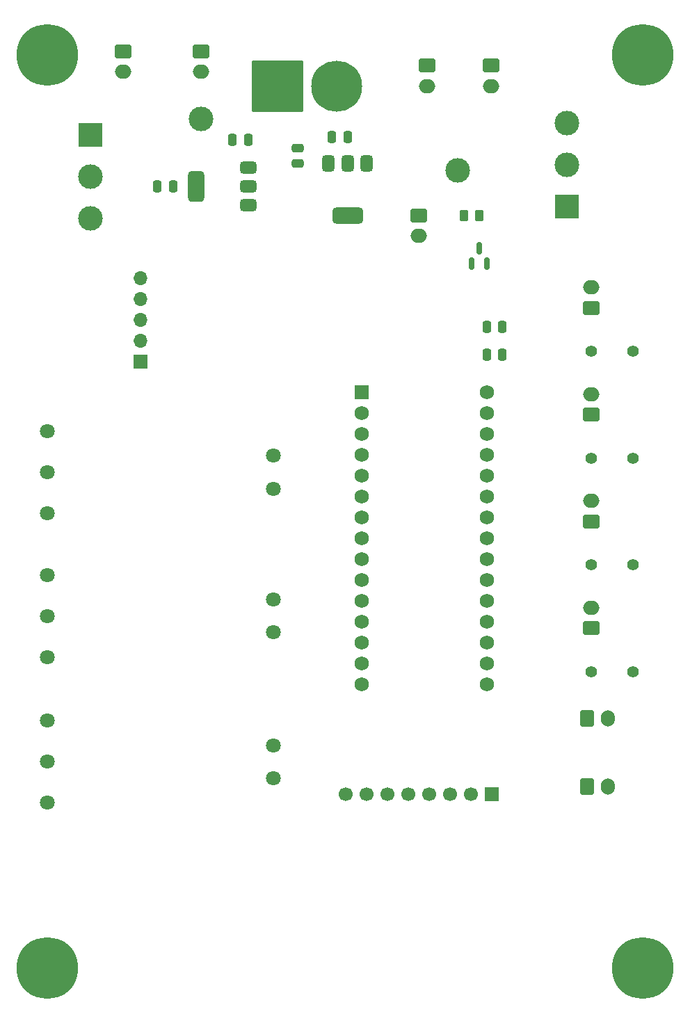
<source format=gbr>
%TF.GenerationSoftware,KiCad,Pcbnew,9.0.4*%
%TF.CreationDate,2025-10-04T23:37:01+05:30*%
%TF.ProjectId,FireSide,46697265-5369-4646-952e-6b696361645f,rev?*%
%TF.SameCoordinates,Original*%
%TF.FileFunction,Soldermask,Top*%
%TF.FilePolarity,Negative*%
%FSLAX46Y46*%
G04 Gerber Fmt 4.6, Leading zero omitted, Abs format (unit mm)*
G04 Created by KiCad (PCBNEW 9.0.4) date 2025-10-04 23:37:01*
%MOMM*%
%LPD*%
G01*
G04 APERTURE LIST*
G04 Aperture macros list*
%AMRoundRect*
0 Rectangle with rounded corners*
0 $1 Rounding radius*
0 $2 $3 $4 $5 $6 $7 $8 $9 X,Y pos of 4 corners*
0 Add a 4 corners polygon primitive as box body*
4,1,4,$2,$3,$4,$5,$6,$7,$8,$9,$2,$3,0*
0 Add four circle primitives for the rounded corners*
1,1,$1+$1,$2,$3*
1,1,$1+$1,$4,$5*
1,1,$1+$1,$6,$7*
1,1,$1+$1,$8,$9*
0 Add four rect primitives between the rounded corners*
20,1,$1+$1,$2,$3,$4,$5,0*
20,1,$1+$1,$4,$5,$6,$7,0*
20,1,$1+$1,$6,$7,$8,$9,0*
20,1,$1+$1,$8,$9,$2,$3,0*%
G04 Aperture macros list end*
%ADD10C,1.400000*%
%ADD11RoundRect,0.250000X0.250000X0.475000X-0.250000X0.475000X-0.250000X-0.475000X0.250000X-0.475000X0*%
%ADD12RoundRect,0.250000X-0.750000X0.600000X-0.750000X-0.600000X0.750000X-0.600000X0.750000X0.600000X0*%
%ADD13O,2.000000X1.700000*%
%ADD14C,7.500000*%
%ADD15RoundRect,0.250000X0.475000X-0.250000X0.475000X0.250000X-0.475000X0.250000X-0.475000X-0.250000X0*%
%ADD16RoundRect,0.250000X0.750000X-0.600000X0.750000X0.600000X-0.750000X0.600000X-0.750000X-0.600000X0*%
%ADD17RoundRect,0.375000X-0.375000X0.625000X-0.375000X-0.625000X0.375000X-0.625000X0.375000X0.625000X0*%
%ADD18RoundRect,0.500000X-1.400000X0.500000X-1.400000X-0.500000X1.400000X-0.500000X1.400000X0.500000X0*%
%ADD19RoundRect,0.375000X0.625000X0.375000X-0.625000X0.375000X-0.625000X-0.375000X0.625000X-0.375000X0*%
%ADD20RoundRect,0.500000X0.500000X1.400000X-0.500000X1.400000X-0.500000X-1.400000X0.500000X-1.400000X0*%
%ADD21C,1.800000*%
%ADD22RoundRect,0.250000X-0.600000X-0.750000X0.600000X-0.750000X0.600000X0.750000X-0.600000X0.750000X0*%
%ADD23O,1.700000X2.000000*%
%ADD24RoundRect,0.250000X-0.250000X-0.475000X0.250000X-0.475000X0.250000X0.475000X-0.250000X0.475000X0*%
%ADD25RoundRect,0.250000X0.262500X0.450000X-0.262500X0.450000X-0.262500X-0.450000X0.262500X-0.450000X0*%
%ADD26R,1.700000X1.700000*%
%ADD27C,1.700000*%
%ADD28C,6.204000*%
%ADD29RoundRect,0.102000X-3.000000X-3.000000X3.000000X-3.000000X3.000000X3.000000X-3.000000X3.000000X0*%
%ADD30RoundRect,0.102000X-0.762000X-0.762000X0.762000X-0.762000X0.762000X0.762000X-0.762000X0.762000X0*%
%ADD31C,1.728000*%
%ADD32C,3.000000*%
%ADD33R,3.000000X3.000000*%
%ADD34O,1.700000X1.700000*%
%ADD35RoundRect,0.150000X0.150000X-0.587500X0.150000X0.587500X-0.150000X0.587500X-0.150000X-0.587500X0*%
G04 APERTURE END LIST*
D10*
%TO.C,R5*%
X147790000Y-96550000D03*
X142710000Y-96550000D03*
%TD*%
D11*
%TO.C,C2*%
X100950000Y-44750000D03*
X99050000Y-44750000D03*
%TD*%
D10*
%TO.C,R6*%
X147790000Y-83550000D03*
X142710000Y-83550000D03*
%TD*%
D12*
%TO.C,J8*%
X130500000Y-35750000D03*
D13*
X130500000Y-38250000D03*
%TD*%
D14*
%TO.C,H2*%
X76500000Y-145600000D03*
%TD*%
%TO.C,H3*%
X76500000Y-34500000D03*
%TD*%
D15*
%TO.C,C3*%
X106950000Y-47700000D03*
X106950000Y-45800000D03*
%TD*%
D16*
%TO.C,J6*%
X142750000Y-78250000D03*
D13*
X142750000Y-75750000D03*
%TD*%
D17*
%TO.C,U4*%
X115350000Y-47700000D03*
X113050000Y-47700000D03*
D18*
X113050000Y-54000000D03*
D17*
X110750000Y-47700000D03*
%TD*%
D10*
%TO.C,R7*%
X147825396Y-70550000D03*
X142745396Y-70550000D03*
%TD*%
D19*
%TO.C,U1*%
X100941768Y-52760400D03*
X100941768Y-50460400D03*
D20*
X94641768Y-50460400D03*
D19*
X100941768Y-48160400D03*
%TD*%
D21*
%TO.C,U6*%
X104000000Y-122500000D03*
X104000000Y-118500000D03*
X76500000Y-125500000D03*
X76500000Y-120500000D03*
X76500000Y-115500000D03*
%TD*%
D22*
%TO.C,J2*%
X142250000Y-115250000D03*
D23*
X144750000Y-115250000D03*
%TD*%
D22*
%TO.C,J1*%
X142250000Y-123500000D03*
D23*
X144750000Y-123500000D03*
%TD*%
D24*
%TO.C,C6*%
X129989181Y-70987836D03*
X131889181Y-70987836D03*
%TD*%
D25*
%TO.C,R4*%
X129075000Y-54000000D03*
X127250000Y-54000000D03*
%TD*%
D11*
%TO.C,C4*%
X91791212Y-50463737D03*
X89891212Y-50463737D03*
%TD*%
D14*
%TO.C,H1*%
X149000000Y-145600000D03*
%TD*%
D21*
%TO.C,U5*%
X104000000Y-87250000D03*
X104000000Y-83250000D03*
X76500000Y-90250000D03*
X76500000Y-85250000D03*
X76500000Y-80250000D03*
%TD*%
D26*
%TO.C,J3*%
X130580000Y-124500000D03*
D27*
X128040000Y-124500000D03*
X125500000Y-124500000D03*
X122960000Y-124500000D03*
X120420000Y-124500000D03*
X117880000Y-124500000D03*
X115340000Y-124500000D03*
X112800000Y-124500000D03*
%TD*%
D28*
%TO.C,U8*%
X111700000Y-38250000D03*
D29*
X104500000Y-38250000D03*
%TD*%
D30*
%TO.C,U3*%
X114750000Y-75500000D03*
D31*
X114750000Y-78040000D03*
X114750000Y-80580000D03*
X114750000Y-83120000D03*
X114750000Y-85660000D03*
X114750000Y-88200000D03*
X114750000Y-90740000D03*
X114750000Y-93280000D03*
X114750000Y-95820000D03*
X114750000Y-98360000D03*
X114750000Y-100900000D03*
X114750000Y-103440000D03*
X114750000Y-105980000D03*
X114750000Y-108520000D03*
X114750000Y-111060000D03*
X129990000Y-75500000D03*
X129990000Y-78040000D03*
X129990000Y-80580000D03*
X129990000Y-83120000D03*
X129990000Y-85660000D03*
X129990000Y-88200000D03*
X129990000Y-90740000D03*
X129990000Y-93280000D03*
X129990000Y-95820000D03*
X129990000Y-98360000D03*
X129990000Y-100900000D03*
X129990000Y-103440000D03*
X129990000Y-105980000D03*
X129990000Y-108520000D03*
X129990000Y-111060000D03*
%TD*%
D10*
%TO.C,R2*%
X147790000Y-109550000D03*
X142710000Y-109550000D03*
%TD*%
D11*
%TO.C,C1*%
X113046508Y-44460665D03*
X111146508Y-44460665D03*
%TD*%
D16*
%TO.C,J4*%
X142750000Y-104250000D03*
D13*
X142750000Y-101750000D03*
%TD*%
D12*
%TO.C,J7*%
X122750000Y-35750000D03*
D13*
X122750000Y-38250000D03*
%TD*%
D12*
%TO.C,J12*%
X95250000Y-34000000D03*
D13*
X95250000Y-36500000D03*
%TD*%
D16*
%TO.C,J14*%
X142750000Y-65250000D03*
D13*
X142750000Y-62750000D03*
%TD*%
D24*
%TO.C,C5*%
X129993152Y-67558421D03*
X131893152Y-67558421D03*
%TD*%
D12*
%TO.C,J10*%
X121750000Y-54000000D03*
D13*
X121750000Y-56500000D03*
%TD*%
D32*
%TO.C,TP2*%
X95250000Y-42250000D03*
%TD*%
D12*
%TO.C,J11*%
X85750000Y-34000000D03*
D13*
X85750000Y-36500000D03*
%TD*%
D32*
%TO.C,TP1*%
X126500000Y-48500000D03*
%TD*%
D21*
%TO.C,U9*%
X104000000Y-104750000D03*
X104000000Y-100750000D03*
X76500000Y-107750000D03*
X76500000Y-102750000D03*
X76500000Y-97750000D03*
%TD*%
D16*
%TO.C,J5*%
X142750000Y-91250000D03*
D13*
X142750000Y-88750000D03*
%TD*%
D14*
%TO.C,H4*%
X149000000Y-34500000D03*
%TD*%
D33*
%TO.C,J13*%
X139750000Y-52910000D03*
D32*
X139750000Y-47830000D03*
X139750000Y-42750000D03*
%TD*%
D34*
%TO.C,U2*%
X87849000Y-61670000D03*
X87849000Y-64210000D03*
X87849000Y-66750000D03*
X87849000Y-69290000D03*
D26*
X87849000Y-71830000D03*
%TD*%
D33*
%TO.C,J9*%
X81750000Y-44170000D03*
D32*
X81750000Y-49250000D03*
X81750000Y-54330000D03*
%TD*%
D35*
%TO.C,Q1*%
X128134612Y-59850250D03*
X130034612Y-59850250D03*
X129084612Y-57975250D03*
%TD*%
M02*

</source>
